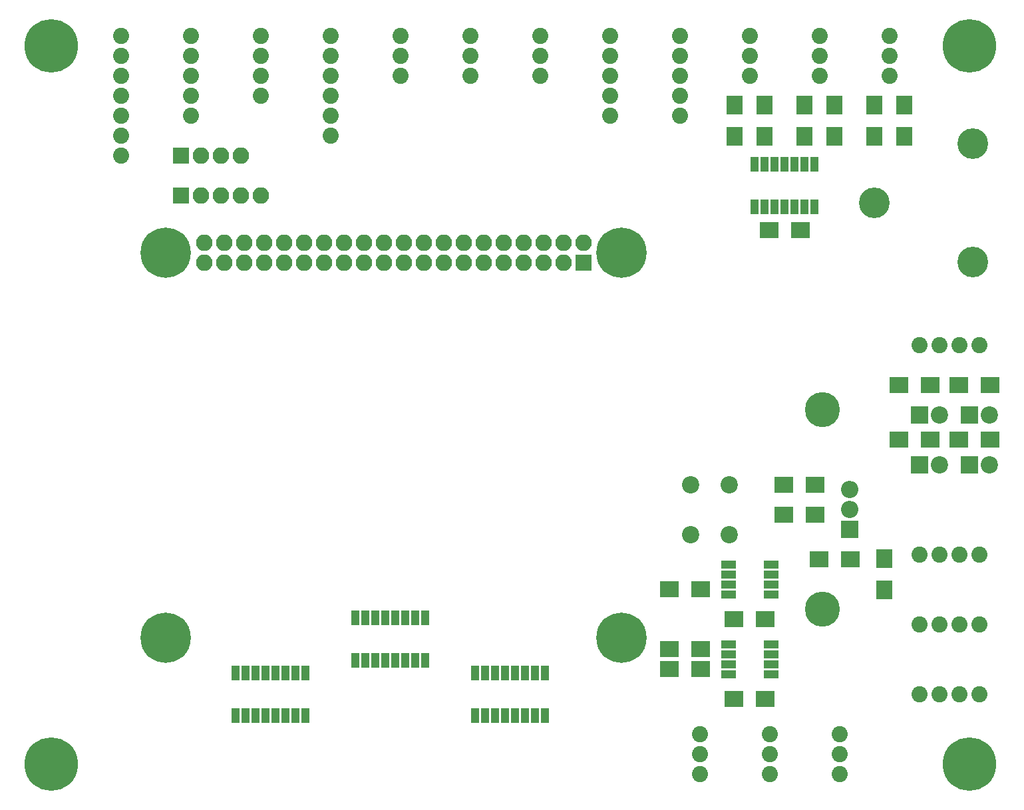
<source format=gbr>
G04 #@! TF.FileFunction,Soldermask,Bot*
%FSLAX46Y46*%
G04 Gerber Fmt 4.6, Leading zero omitted, Abs format (unit mm)*
G04 Created by KiCad (PCBNEW 4.0.7) date 01/22/18 20:22:30*
%MOMM*%
%LPD*%
G01*
G04 APERTURE LIST*
%ADD10C,0.100000*%
%ADD11R,2.100000X2.100000*%
%ADD12O,2.100000X2.100000*%
%ADD13C,6.400000*%
%ADD14R,2.000000X2.400000*%
%ADD15R,2.400000X2.000000*%
%ADD16R,2.200000X2.200000*%
%ADD17C,2.200000*%
%ADD18C,2.051000*%
%ADD19R,2.400000X2.100000*%
%ADD20R,2.100000X2.400000*%
%ADD21R,1.000000X1.900000*%
%ADD22R,1.950000X1.000000*%
%ADD23C,3.900000*%
%ADD24O,2.200000X2.200000*%
%ADD25C,4.464000*%
%ADD26C,6.800000*%
%ADD27C,1.200000*%
G04 APERTURE END LIST*
D10*
D11*
X90577380Y-77161480D03*
D12*
X90577380Y-74621480D03*
X88037380Y-77161480D03*
X88037380Y-74621480D03*
X85497380Y-77161480D03*
X85497380Y-74621480D03*
X82957380Y-77161480D03*
X82957380Y-74621480D03*
X80417380Y-77161480D03*
X80417380Y-74621480D03*
X77877380Y-77161480D03*
X77877380Y-74621480D03*
X75337380Y-77161480D03*
X75337380Y-74621480D03*
X72797380Y-77161480D03*
X72797380Y-74621480D03*
X70257380Y-77161480D03*
X70257380Y-74621480D03*
X67717380Y-77161480D03*
X67717380Y-74621480D03*
X65177380Y-77161480D03*
X65177380Y-74621480D03*
X62637380Y-77161480D03*
X62637380Y-74621480D03*
X60097380Y-77161480D03*
X60097380Y-74621480D03*
X57557380Y-77161480D03*
X57557380Y-74621480D03*
X55017380Y-77161480D03*
X55017380Y-74621480D03*
X52477380Y-77161480D03*
X52477380Y-74621480D03*
X49937380Y-77161480D03*
X49937380Y-74621480D03*
X47397380Y-77161480D03*
X47397380Y-74621480D03*
X44857380Y-77161480D03*
X44857380Y-74621480D03*
X42317380Y-77161480D03*
X42317380Y-74621480D03*
D13*
X37470000Y-75890000D03*
X37470000Y-124890000D03*
X95470000Y-75890000D03*
X95470000Y-124890000D03*
D14*
X109855000Y-61055000D03*
X109855000Y-57055000D03*
X118745000Y-61055000D03*
X118745000Y-57055000D03*
X127635000Y-61055000D03*
X127635000Y-57055000D03*
D15*
X118205000Y-73025000D03*
X114205000Y-73025000D03*
X113760000Y-132715000D03*
X109760000Y-132715000D03*
X113760000Y-122555000D03*
X109760000Y-122555000D03*
D16*
X139700000Y-102870000D03*
D17*
X142240000Y-102870000D03*
D16*
X139700000Y-96520000D03*
D17*
X142240000Y-96520000D03*
D16*
X133350000Y-102870000D03*
D17*
X135890000Y-102870000D03*
D18*
X133350000Y-87630000D03*
X135890000Y-87630000D03*
X138430000Y-87630000D03*
X140970000Y-87630000D03*
X85090000Y-53340000D03*
X85090000Y-50800000D03*
X85090000Y-48260000D03*
X93980000Y-58420000D03*
X93980000Y-55880000D03*
X93980000Y-53340000D03*
X93980000Y-50800000D03*
X93980000Y-48260000D03*
X102870000Y-58420000D03*
X102870000Y-55880000D03*
X102870000Y-53340000D03*
X102870000Y-50800000D03*
X102870000Y-48260000D03*
X49530000Y-55880000D03*
X49530000Y-53340000D03*
X49530000Y-50800000D03*
X49530000Y-48260000D03*
X67310000Y-53340000D03*
X67310000Y-50800000D03*
X67310000Y-48260000D03*
X76200000Y-53340000D03*
X76200000Y-50800000D03*
X76200000Y-48260000D03*
X111760000Y-53340000D03*
X111760000Y-50800000D03*
X111760000Y-48260000D03*
X120650000Y-53340000D03*
X120650000Y-50800000D03*
X120650000Y-48260000D03*
X129540000Y-53340000D03*
X129540000Y-50800000D03*
X129540000Y-48260000D03*
X133350000Y-114300000D03*
X135890000Y-114300000D03*
X138430000Y-114300000D03*
X140970000Y-114300000D03*
X133350000Y-123190000D03*
X135890000Y-123190000D03*
X138430000Y-123190000D03*
X140970000Y-123190000D03*
X133350000Y-132080000D03*
X135890000Y-132080000D03*
X138430000Y-132080000D03*
X140970000Y-132080000D03*
X105410000Y-142240000D03*
X105410000Y-139700000D03*
X105410000Y-137160000D03*
X114300000Y-142240000D03*
X114300000Y-139700000D03*
X114300000Y-137160000D03*
X123190000Y-142240000D03*
X123190000Y-139700000D03*
X123190000Y-137160000D03*
X40640000Y-58420000D03*
X40640000Y-55880000D03*
X40640000Y-53340000D03*
X40640000Y-50800000D03*
X40640000Y-48260000D03*
X31750000Y-63500000D03*
X31750000Y-60960000D03*
X31750000Y-58420000D03*
X31750000Y-55880000D03*
X31750000Y-53340000D03*
X31750000Y-50800000D03*
X31750000Y-48260000D03*
X58420000Y-58420000D03*
X58420000Y-55880000D03*
X58420000Y-53340000D03*
X58420000Y-50800000D03*
X58420000Y-60960000D03*
X58420000Y-48260000D03*
D19*
X142335000Y-99695000D03*
X138335000Y-99695000D03*
X142335000Y-92710000D03*
X138335000Y-92710000D03*
X130715000Y-99695000D03*
X134715000Y-99695000D03*
D20*
X113665000Y-57055000D03*
X113665000Y-61055000D03*
X122555000Y-57055000D03*
X122555000Y-61055000D03*
X131445000Y-57055000D03*
X131445000Y-61055000D03*
D19*
X105505000Y-128905000D03*
X101505000Y-128905000D03*
X105505000Y-126365000D03*
X101505000Y-126365000D03*
X105505000Y-118745000D03*
X101505000Y-118745000D03*
D11*
X39370000Y-63500000D03*
D12*
X41910000Y-63500000D03*
X44450000Y-63500000D03*
X46990000Y-63500000D03*
D11*
X39370000Y-68580000D03*
D12*
X41910000Y-68580000D03*
X44450000Y-68580000D03*
X46990000Y-68580000D03*
X49530000Y-68580000D03*
D21*
X46355000Y-129380000D03*
X47625000Y-129380000D03*
X48895000Y-129380000D03*
X50165000Y-129380000D03*
X51435000Y-129380000D03*
X52705000Y-129380000D03*
X53975000Y-129380000D03*
X55245000Y-129380000D03*
X55245000Y-134780000D03*
X53975000Y-134780000D03*
X52705000Y-134780000D03*
X51435000Y-134780000D03*
X50165000Y-134780000D03*
X48895000Y-134780000D03*
X47625000Y-134780000D03*
X46355000Y-134780000D03*
X76835000Y-129380000D03*
X78105000Y-129380000D03*
X79375000Y-129380000D03*
X80645000Y-129380000D03*
X81915000Y-129380000D03*
X83185000Y-129380000D03*
X84455000Y-129380000D03*
X85725000Y-129380000D03*
X85725000Y-134780000D03*
X84455000Y-134780000D03*
X83185000Y-134780000D03*
X81915000Y-134780000D03*
X80645000Y-134780000D03*
X79375000Y-134780000D03*
X78105000Y-134780000D03*
X76835000Y-134780000D03*
X61595000Y-122395000D03*
X62865000Y-122395000D03*
X64135000Y-122395000D03*
X65405000Y-122395000D03*
X66675000Y-122395000D03*
X67945000Y-122395000D03*
X69215000Y-122395000D03*
X70485000Y-122395000D03*
X70485000Y-127795000D03*
X69215000Y-127795000D03*
X67945000Y-127795000D03*
X66675000Y-127795000D03*
X65405000Y-127795000D03*
X64135000Y-127795000D03*
X62865000Y-127795000D03*
X61595000Y-127795000D03*
D16*
X133350000Y-96520000D03*
D17*
X135890000Y-96520000D03*
D19*
X130715000Y-92710000D03*
X134715000Y-92710000D03*
D21*
X112395000Y-64610000D03*
X113665000Y-64610000D03*
X114935000Y-64610000D03*
X116205000Y-64610000D03*
X117475000Y-64610000D03*
X118745000Y-64610000D03*
X120015000Y-64610000D03*
X120015000Y-70010000D03*
X118745000Y-70010000D03*
X117475000Y-70010000D03*
X116205000Y-70010000D03*
X114935000Y-70010000D03*
X113665000Y-70010000D03*
X112395000Y-70010000D03*
D22*
X109060000Y-129540000D03*
X109060000Y-128270000D03*
X109060000Y-127000000D03*
X109060000Y-125730000D03*
X114460000Y-125730000D03*
X114460000Y-127000000D03*
X114460000Y-128270000D03*
X114460000Y-129540000D03*
X109060000Y-119380000D03*
X109060000Y-118110000D03*
X109060000Y-116840000D03*
X109060000Y-115570000D03*
X114460000Y-115570000D03*
X114460000Y-116840000D03*
X114460000Y-118110000D03*
X114460000Y-119380000D03*
D23*
X140130000Y-77030000D03*
X127630000Y-69530000D03*
X140130000Y-62030000D03*
D15*
X120110000Y-105410000D03*
X116110000Y-105410000D03*
X120110000Y-109220000D03*
X116110000Y-109220000D03*
D19*
X120555000Y-114935000D03*
X124555000Y-114935000D03*
D20*
X128905000Y-118840000D03*
X128905000Y-114840000D03*
D16*
X124460000Y-111125000D03*
D24*
X124460000Y-108585000D03*
X124460000Y-106045000D03*
D25*
X120967500Y-95885000D03*
X120967500Y-121285000D03*
D26*
X139700000Y-140970000D03*
D27*
X142100000Y-140970000D03*
X141397056Y-142667056D03*
X139700000Y-143370000D03*
X138002944Y-142667056D03*
X137300000Y-140970000D03*
X138002944Y-139272944D03*
X139700000Y-138570000D03*
X141397056Y-139272944D03*
D26*
X139700000Y-49530000D03*
D27*
X142100000Y-49530000D03*
X141397056Y-51227056D03*
X139700000Y-51930000D03*
X138002944Y-51227056D03*
X137300000Y-49530000D03*
X138002944Y-47832944D03*
X139700000Y-47130000D03*
X141397056Y-47832944D03*
D26*
X22860000Y-49530000D03*
D27*
X25260000Y-49530000D03*
X24557056Y-51227056D03*
X22860000Y-51930000D03*
X21162944Y-51227056D03*
X20460000Y-49530000D03*
X21162944Y-47832944D03*
X22860000Y-47130000D03*
X24557056Y-47832944D03*
D26*
X22860000Y-140970000D03*
D27*
X25260000Y-140970000D03*
X24557056Y-142667056D03*
X22860000Y-143370000D03*
X21162944Y-142667056D03*
X20460000Y-140970000D03*
X21162944Y-139272944D03*
X22860000Y-138570000D03*
X24557056Y-139272944D03*
D17*
X104240000Y-111760000D03*
X109120000Y-111760000D03*
X104240000Y-105410000D03*
X109120000Y-105410000D03*
M02*

</source>
